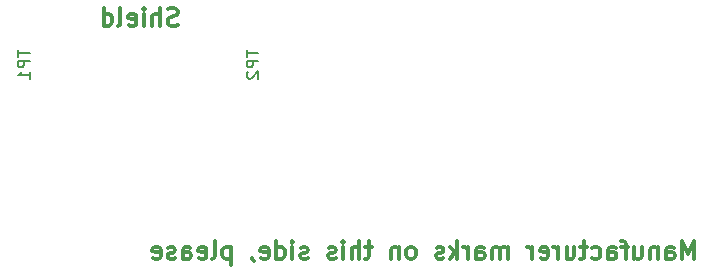
<source format=gbr>
G04 #@! TF.FileFunction,Legend,Bot*
%FSLAX46Y46*%
G04 Gerber Fmt 4.6, Leading zero omitted, Abs format (unit mm)*
G04 Created by KiCad (PCBNEW 4.0.6) date Sunday, 17 September 2017 'AMt' 11:46:35*
%MOMM*%
%LPD*%
G01*
G04 APERTURE LIST*
%ADD10C,0.100000*%
%ADD11C,0.300000*%
%ADD12C,0.150000*%
G04 APERTURE END LIST*
D10*
D11*
X121428571Y-73857143D02*
X121214285Y-73928571D01*
X120857142Y-73928571D01*
X120714285Y-73857143D01*
X120642856Y-73785714D01*
X120571428Y-73642857D01*
X120571428Y-73500000D01*
X120642856Y-73357143D01*
X120714285Y-73285714D01*
X120857142Y-73214286D01*
X121142856Y-73142857D01*
X121285714Y-73071429D01*
X121357142Y-73000000D01*
X121428571Y-72857143D01*
X121428571Y-72714286D01*
X121357142Y-72571429D01*
X121285714Y-72500000D01*
X121142856Y-72428571D01*
X120785714Y-72428571D01*
X120571428Y-72500000D01*
X119928571Y-73928571D02*
X119928571Y-72428571D01*
X119285714Y-73928571D02*
X119285714Y-73142857D01*
X119357143Y-73000000D01*
X119500000Y-72928571D01*
X119714285Y-72928571D01*
X119857143Y-73000000D01*
X119928571Y-73071429D01*
X118571428Y-73928571D02*
X118571428Y-72928571D01*
X118571428Y-72428571D02*
X118642857Y-72500000D01*
X118571428Y-72571429D01*
X118500000Y-72500000D01*
X118571428Y-72428571D01*
X118571428Y-72571429D01*
X117285714Y-73857143D02*
X117428571Y-73928571D01*
X117714285Y-73928571D01*
X117857142Y-73857143D01*
X117928571Y-73714286D01*
X117928571Y-73142857D01*
X117857142Y-73000000D01*
X117714285Y-72928571D01*
X117428571Y-72928571D01*
X117285714Y-73000000D01*
X117214285Y-73142857D01*
X117214285Y-73285714D01*
X117928571Y-73428571D01*
X116357142Y-73928571D02*
X116500000Y-73857143D01*
X116571428Y-73714286D01*
X116571428Y-72428571D01*
X115142857Y-73928571D02*
X115142857Y-72428571D01*
X115142857Y-73857143D02*
X115285714Y-73928571D01*
X115571428Y-73928571D01*
X115714286Y-73857143D01*
X115785714Y-73785714D01*
X115857143Y-73642857D01*
X115857143Y-73214286D01*
X115785714Y-73071429D01*
X115714286Y-73000000D01*
X115571428Y-72928571D01*
X115285714Y-72928571D01*
X115142857Y-73000000D01*
X165142857Y-93678571D02*
X165142857Y-92178571D01*
X164642857Y-93250000D01*
X164142857Y-92178571D01*
X164142857Y-93678571D01*
X162785714Y-93678571D02*
X162785714Y-92892857D01*
X162857143Y-92750000D01*
X163000000Y-92678571D01*
X163285714Y-92678571D01*
X163428571Y-92750000D01*
X162785714Y-93607143D02*
X162928571Y-93678571D01*
X163285714Y-93678571D01*
X163428571Y-93607143D01*
X163500000Y-93464286D01*
X163500000Y-93321429D01*
X163428571Y-93178571D01*
X163285714Y-93107143D01*
X162928571Y-93107143D01*
X162785714Y-93035714D01*
X162071428Y-92678571D02*
X162071428Y-93678571D01*
X162071428Y-92821429D02*
X162000000Y-92750000D01*
X161857142Y-92678571D01*
X161642857Y-92678571D01*
X161500000Y-92750000D01*
X161428571Y-92892857D01*
X161428571Y-93678571D01*
X160071428Y-92678571D02*
X160071428Y-93678571D01*
X160714285Y-92678571D02*
X160714285Y-93464286D01*
X160642857Y-93607143D01*
X160499999Y-93678571D01*
X160285714Y-93678571D01*
X160142857Y-93607143D01*
X160071428Y-93535714D01*
X159571428Y-92678571D02*
X158999999Y-92678571D01*
X159357142Y-93678571D02*
X159357142Y-92392857D01*
X159285714Y-92250000D01*
X159142856Y-92178571D01*
X158999999Y-92178571D01*
X157857142Y-93678571D02*
X157857142Y-92892857D01*
X157928571Y-92750000D01*
X158071428Y-92678571D01*
X158357142Y-92678571D01*
X158499999Y-92750000D01*
X157857142Y-93607143D02*
X157999999Y-93678571D01*
X158357142Y-93678571D01*
X158499999Y-93607143D01*
X158571428Y-93464286D01*
X158571428Y-93321429D01*
X158499999Y-93178571D01*
X158357142Y-93107143D01*
X157999999Y-93107143D01*
X157857142Y-93035714D01*
X156499999Y-93607143D02*
X156642856Y-93678571D01*
X156928570Y-93678571D01*
X157071428Y-93607143D01*
X157142856Y-93535714D01*
X157214285Y-93392857D01*
X157214285Y-92964286D01*
X157142856Y-92821429D01*
X157071428Y-92750000D01*
X156928570Y-92678571D01*
X156642856Y-92678571D01*
X156499999Y-92750000D01*
X156071428Y-92678571D02*
X155499999Y-92678571D01*
X155857142Y-92178571D02*
X155857142Y-93464286D01*
X155785714Y-93607143D01*
X155642856Y-93678571D01*
X155499999Y-93678571D01*
X154357142Y-92678571D02*
X154357142Y-93678571D01*
X154999999Y-92678571D02*
X154999999Y-93464286D01*
X154928571Y-93607143D01*
X154785713Y-93678571D01*
X154571428Y-93678571D01*
X154428571Y-93607143D01*
X154357142Y-93535714D01*
X153642856Y-93678571D02*
X153642856Y-92678571D01*
X153642856Y-92964286D02*
X153571428Y-92821429D01*
X153499999Y-92750000D01*
X153357142Y-92678571D01*
X153214285Y-92678571D01*
X152142857Y-93607143D02*
X152285714Y-93678571D01*
X152571428Y-93678571D01*
X152714285Y-93607143D01*
X152785714Y-93464286D01*
X152785714Y-92892857D01*
X152714285Y-92750000D01*
X152571428Y-92678571D01*
X152285714Y-92678571D01*
X152142857Y-92750000D01*
X152071428Y-92892857D01*
X152071428Y-93035714D01*
X152785714Y-93178571D01*
X151428571Y-93678571D02*
X151428571Y-92678571D01*
X151428571Y-92964286D02*
X151357143Y-92821429D01*
X151285714Y-92750000D01*
X151142857Y-92678571D01*
X151000000Y-92678571D01*
X149357143Y-93678571D02*
X149357143Y-92678571D01*
X149357143Y-92821429D02*
X149285715Y-92750000D01*
X149142857Y-92678571D01*
X148928572Y-92678571D01*
X148785715Y-92750000D01*
X148714286Y-92892857D01*
X148714286Y-93678571D01*
X148714286Y-92892857D02*
X148642857Y-92750000D01*
X148500000Y-92678571D01*
X148285715Y-92678571D01*
X148142857Y-92750000D01*
X148071429Y-92892857D01*
X148071429Y-93678571D01*
X146714286Y-93678571D02*
X146714286Y-92892857D01*
X146785715Y-92750000D01*
X146928572Y-92678571D01*
X147214286Y-92678571D01*
X147357143Y-92750000D01*
X146714286Y-93607143D02*
X146857143Y-93678571D01*
X147214286Y-93678571D01*
X147357143Y-93607143D01*
X147428572Y-93464286D01*
X147428572Y-93321429D01*
X147357143Y-93178571D01*
X147214286Y-93107143D01*
X146857143Y-93107143D01*
X146714286Y-93035714D01*
X146000000Y-93678571D02*
X146000000Y-92678571D01*
X146000000Y-92964286D02*
X145928572Y-92821429D01*
X145857143Y-92750000D01*
X145714286Y-92678571D01*
X145571429Y-92678571D01*
X145071429Y-93678571D02*
X145071429Y-92178571D01*
X144928572Y-93107143D02*
X144500001Y-93678571D01*
X144500001Y-92678571D02*
X145071429Y-93250000D01*
X143928572Y-93607143D02*
X143785715Y-93678571D01*
X143500000Y-93678571D01*
X143357143Y-93607143D01*
X143285715Y-93464286D01*
X143285715Y-93392857D01*
X143357143Y-93250000D01*
X143500000Y-93178571D01*
X143714286Y-93178571D01*
X143857143Y-93107143D01*
X143928572Y-92964286D01*
X143928572Y-92892857D01*
X143857143Y-92750000D01*
X143714286Y-92678571D01*
X143500000Y-92678571D01*
X143357143Y-92750000D01*
X141285714Y-93678571D02*
X141428572Y-93607143D01*
X141500000Y-93535714D01*
X141571429Y-93392857D01*
X141571429Y-92964286D01*
X141500000Y-92821429D01*
X141428572Y-92750000D01*
X141285714Y-92678571D01*
X141071429Y-92678571D01*
X140928572Y-92750000D01*
X140857143Y-92821429D01*
X140785714Y-92964286D01*
X140785714Y-93392857D01*
X140857143Y-93535714D01*
X140928572Y-93607143D01*
X141071429Y-93678571D01*
X141285714Y-93678571D01*
X140142857Y-92678571D02*
X140142857Y-93678571D01*
X140142857Y-92821429D02*
X140071429Y-92750000D01*
X139928571Y-92678571D01*
X139714286Y-92678571D01*
X139571429Y-92750000D01*
X139500000Y-92892857D01*
X139500000Y-93678571D01*
X137857143Y-92678571D02*
X137285714Y-92678571D01*
X137642857Y-92178571D02*
X137642857Y-93464286D01*
X137571429Y-93607143D01*
X137428571Y-93678571D01*
X137285714Y-93678571D01*
X136785714Y-93678571D02*
X136785714Y-92178571D01*
X136142857Y-93678571D02*
X136142857Y-92892857D01*
X136214286Y-92750000D01*
X136357143Y-92678571D01*
X136571428Y-92678571D01*
X136714286Y-92750000D01*
X136785714Y-92821429D01*
X135428571Y-93678571D02*
X135428571Y-92678571D01*
X135428571Y-92178571D02*
X135500000Y-92250000D01*
X135428571Y-92321429D01*
X135357143Y-92250000D01*
X135428571Y-92178571D01*
X135428571Y-92321429D01*
X134785714Y-93607143D02*
X134642857Y-93678571D01*
X134357142Y-93678571D01*
X134214285Y-93607143D01*
X134142857Y-93464286D01*
X134142857Y-93392857D01*
X134214285Y-93250000D01*
X134357142Y-93178571D01*
X134571428Y-93178571D01*
X134714285Y-93107143D01*
X134785714Y-92964286D01*
X134785714Y-92892857D01*
X134714285Y-92750000D01*
X134571428Y-92678571D01*
X134357142Y-92678571D01*
X134214285Y-92750000D01*
X132428571Y-93607143D02*
X132285714Y-93678571D01*
X131999999Y-93678571D01*
X131857142Y-93607143D01*
X131785714Y-93464286D01*
X131785714Y-93392857D01*
X131857142Y-93250000D01*
X131999999Y-93178571D01*
X132214285Y-93178571D01*
X132357142Y-93107143D01*
X132428571Y-92964286D01*
X132428571Y-92892857D01*
X132357142Y-92750000D01*
X132214285Y-92678571D01*
X131999999Y-92678571D01*
X131857142Y-92750000D01*
X131142856Y-93678571D02*
X131142856Y-92678571D01*
X131142856Y-92178571D02*
X131214285Y-92250000D01*
X131142856Y-92321429D01*
X131071428Y-92250000D01*
X131142856Y-92178571D01*
X131142856Y-92321429D01*
X129785713Y-93678571D02*
X129785713Y-92178571D01*
X129785713Y-93607143D02*
X129928570Y-93678571D01*
X130214284Y-93678571D01*
X130357142Y-93607143D01*
X130428570Y-93535714D01*
X130499999Y-93392857D01*
X130499999Y-92964286D01*
X130428570Y-92821429D01*
X130357142Y-92750000D01*
X130214284Y-92678571D01*
X129928570Y-92678571D01*
X129785713Y-92750000D01*
X128499999Y-93607143D02*
X128642856Y-93678571D01*
X128928570Y-93678571D01*
X129071427Y-93607143D01*
X129142856Y-93464286D01*
X129142856Y-92892857D01*
X129071427Y-92750000D01*
X128928570Y-92678571D01*
X128642856Y-92678571D01*
X128499999Y-92750000D01*
X128428570Y-92892857D01*
X128428570Y-93035714D01*
X129142856Y-93178571D01*
X127714285Y-93607143D02*
X127714285Y-93678571D01*
X127785713Y-93821429D01*
X127857142Y-93892857D01*
X125928570Y-92678571D02*
X125928570Y-94178571D01*
X125928570Y-92750000D02*
X125785713Y-92678571D01*
X125499999Y-92678571D01*
X125357142Y-92750000D01*
X125285713Y-92821429D01*
X125214284Y-92964286D01*
X125214284Y-93392857D01*
X125285713Y-93535714D01*
X125357142Y-93607143D01*
X125499999Y-93678571D01*
X125785713Y-93678571D01*
X125928570Y-93607143D01*
X124357141Y-93678571D02*
X124499999Y-93607143D01*
X124571427Y-93464286D01*
X124571427Y-92178571D01*
X123214285Y-93607143D02*
X123357142Y-93678571D01*
X123642856Y-93678571D01*
X123785713Y-93607143D01*
X123857142Y-93464286D01*
X123857142Y-92892857D01*
X123785713Y-92750000D01*
X123642856Y-92678571D01*
X123357142Y-92678571D01*
X123214285Y-92750000D01*
X123142856Y-92892857D01*
X123142856Y-93035714D01*
X123857142Y-93178571D01*
X121857142Y-93678571D02*
X121857142Y-92892857D01*
X121928571Y-92750000D01*
X122071428Y-92678571D01*
X122357142Y-92678571D01*
X122499999Y-92750000D01*
X121857142Y-93607143D02*
X121999999Y-93678571D01*
X122357142Y-93678571D01*
X122499999Y-93607143D01*
X122571428Y-93464286D01*
X122571428Y-93321429D01*
X122499999Y-93178571D01*
X122357142Y-93107143D01*
X121999999Y-93107143D01*
X121857142Y-93035714D01*
X121214285Y-93607143D02*
X121071428Y-93678571D01*
X120785713Y-93678571D01*
X120642856Y-93607143D01*
X120571428Y-93464286D01*
X120571428Y-93392857D01*
X120642856Y-93250000D01*
X120785713Y-93178571D01*
X120999999Y-93178571D01*
X121142856Y-93107143D01*
X121214285Y-92964286D01*
X121214285Y-92892857D01*
X121142856Y-92750000D01*
X120999999Y-92678571D01*
X120785713Y-92678571D01*
X120642856Y-92750000D01*
X119357142Y-93607143D02*
X119499999Y-93678571D01*
X119785713Y-93678571D01*
X119928570Y-93607143D01*
X119999999Y-93464286D01*
X119999999Y-92892857D01*
X119928570Y-92750000D01*
X119785713Y-92678571D01*
X119499999Y-92678571D01*
X119357142Y-92750000D01*
X119285713Y-92892857D01*
X119285713Y-93035714D01*
X119999999Y-93178571D01*
D12*
X107892381Y-75988095D02*
X107892381Y-76559524D01*
X108892381Y-76273809D02*
X107892381Y-76273809D01*
X108892381Y-76892857D02*
X107892381Y-76892857D01*
X107892381Y-77273810D01*
X107940000Y-77369048D01*
X107987619Y-77416667D01*
X108082857Y-77464286D01*
X108225714Y-77464286D01*
X108320952Y-77416667D01*
X108368571Y-77369048D01*
X108416190Y-77273810D01*
X108416190Y-76892857D01*
X108892381Y-78416667D02*
X108892381Y-77845238D01*
X108892381Y-78130952D02*
X107892381Y-78130952D01*
X108035238Y-78035714D01*
X108130476Y-77940476D01*
X108178095Y-77845238D01*
X127262381Y-75988095D02*
X127262381Y-76559524D01*
X128262381Y-76273809D02*
X127262381Y-76273809D01*
X128262381Y-76892857D02*
X127262381Y-76892857D01*
X127262381Y-77273810D01*
X127310000Y-77369048D01*
X127357619Y-77416667D01*
X127452857Y-77464286D01*
X127595714Y-77464286D01*
X127690952Y-77416667D01*
X127738571Y-77369048D01*
X127786190Y-77273810D01*
X127786190Y-76892857D01*
X127357619Y-77845238D02*
X127310000Y-77892857D01*
X127262381Y-77988095D01*
X127262381Y-78226191D01*
X127310000Y-78321429D01*
X127357619Y-78369048D01*
X127452857Y-78416667D01*
X127548095Y-78416667D01*
X127690952Y-78369048D01*
X128262381Y-77797619D01*
X128262381Y-78416667D01*
M02*

</source>
